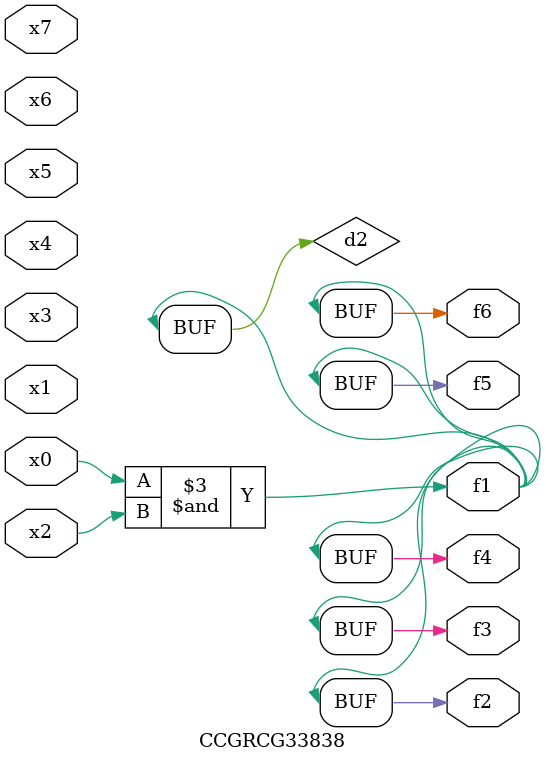
<source format=v>
module CCGRCG33838(
	input x0, x1, x2, x3, x4, x5, x6, x7,
	output f1, f2, f3, f4, f5, f6
);

	wire d1, d2;

	nor (d1, x3, x6);
	and (d2, x0, x2);
	assign f1 = d2;
	assign f2 = d2;
	assign f3 = d2;
	assign f4 = d2;
	assign f5 = d2;
	assign f6 = d2;
endmodule

</source>
